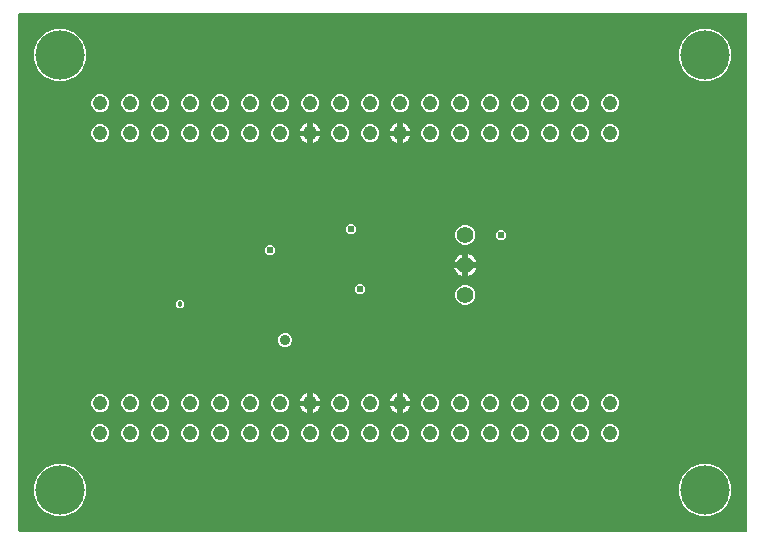
<source format=gbr>
G04 EAGLE Gerber RS-274X export*
G75*
%MOMM*%
%FSLAX34Y34*%
%LPD*%
%INCopper Layer 2*%
%IPPOS*%
%AMOC8*
5,1,8,0,0,1.08239X$1,22.5*%
G01*
%ADD10C,4.191000*%
%ADD11C,1.400000*%
%ADD12C,1.244600*%
%ADD13C,0.609600*%
%ADD14C,0.457200*%
%ADD15C,0.904800*%

G36*
X618608Y2556D02*
X618608Y2556D01*
X618727Y2563D01*
X618765Y2576D01*
X618806Y2581D01*
X618916Y2624D01*
X619029Y2661D01*
X619064Y2683D01*
X619101Y2698D01*
X619197Y2767D01*
X619298Y2831D01*
X619326Y2861D01*
X619359Y2884D01*
X619435Y2976D01*
X619516Y3063D01*
X619536Y3098D01*
X619561Y3129D01*
X619612Y3237D01*
X619670Y3341D01*
X619680Y3381D01*
X619697Y3417D01*
X619719Y3534D01*
X619749Y3649D01*
X619753Y3709D01*
X619757Y3729D01*
X619755Y3750D01*
X619759Y3810D01*
X619759Y440690D01*
X619744Y440808D01*
X619737Y440927D01*
X619724Y440965D01*
X619719Y441006D01*
X619676Y441116D01*
X619639Y441229D01*
X619617Y441264D01*
X619602Y441301D01*
X619533Y441397D01*
X619469Y441498D01*
X619439Y441526D01*
X619416Y441559D01*
X619324Y441635D01*
X619237Y441716D01*
X619202Y441736D01*
X619171Y441761D01*
X619063Y441812D01*
X618959Y441870D01*
X618919Y441880D01*
X618883Y441897D01*
X618766Y441919D01*
X618651Y441949D01*
X618591Y441953D01*
X618571Y441957D01*
X618550Y441955D01*
X618490Y441959D01*
X3810Y441959D01*
X3692Y441944D01*
X3573Y441937D01*
X3535Y441924D01*
X3494Y441919D01*
X3384Y441876D01*
X3271Y441839D01*
X3236Y441817D01*
X3199Y441802D01*
X3103Y441733D01*
X3002Y441669D01*
X2974Y441639D01*
X2941Y441616D01*
X2865Y441524D01*
X2784Y441437D01*
X2764Y441402D01*
X2739Y441371D01*
X2688Y441263D01*
X2630Y441159D01*
X2620Y441119D01*
X2603Y441083D01*
X2581Y440966D01*
X2551Y440851D01*
X2547Y440791D01*
X2543Y440771D01*
X2545Y440750D01*
X2541Y440690D01*
X2541Y3810D01*
X2556Y3692D01*
X2563Y3573D01*
X2576Y3535D01*
X2581Y3494D01*
X2624Y3384D01*
X2661Y3271D01*
X2683Y3236D01*
X2698Y3199D01*
X2767Y3103D01*
X2831Y3002D01*
X2861Y2974D01*
X2884Y2941D01*
X2976Y2865D01*
X3063Y2784D01*
X3098Y2764D01*
X3129Y2739D01*
X3237Y2688D01*
X3341Y2630D01*
X3381Y2620D01*
X3417Y2603D01*
X3534Y2581D01*
X3649Y2551D01*
X3709Y2547D01*
X3729Y2543D01*
X3750Y2545D01*
X3810Y2541D01*
X618490Y2541D01*
X618608Y2556D01*
G37*
%LPC*%
G36*
X579779Y384174D02*
X579779Y384174D01*
X571610Y387558D01*
X565358Y393810D01*
X561974Y401979D01*
X561974Y410821D01*
X565358Y418990D01*
X571610Y425242D01*
X579779Y428626D01*
X588621Y428626D01*
X596790Y425242D01*
X603042Y418990D01*
X606426Y410821D01*
X606426Y401979D01*
X603042Y393810D01*
X596790Y387558D01*
X588621Y384174D01*
X579779Y384174D01*
G37*
%LPD*%
%LPC*%
G36*
X33679Y384174D02*
X33679Y384174D01*
X25510Y387558D01*
X19258Y393810D01*
X15874Y401979D01*
X15874Y410821D01*
X19258Y418990D01*
X25510Y425242D01*
X33679Y428626D01*
X42521Y428626D01*
X50690Y425242D01*
X56942Y418990D01*
X60326Y410821D01*
X60326Y401979D01*
X56942Y393810D01*
X50690Y387558D01*
X42521Y384174D01*
X33679Y384174D01*
G37*
%LPD*%
%LPC*%
G36*
X579779Y15874D02*
X579779Y15874D01*
X571610Y19258D01*
X565358Y25510D01*
X561974Y33679D01*
X561974Y42521D01*
X565358Y50690D01*
X571610Y56942D01*
X579779Y60326D01*
X588621Y60326D01*
X596790Y56942D01*
X603042Y50690D01*
X606426Y42521D01*
X606426Y33679D01*
X603042Y25510D01*
X596790Y19258D01*
X588621Y15874D01*
X579779Y15874D01*
G37*
%LPD*%
%LPC*%
G36*
X33679Y15874D02*
X33679Y15874D01*
X25510Y19258D01*
X19258Y25510D01*
X15874Y33679D01*
X15874Y42521D01*
X19258Y50690D01*
X25510Y56942D01*
X33679Y60326D01*
X42521Y60326D01*
X50690Y56942D01*
X56942Y50690D01*
X60326Y42521D01*
X60326Y33679D01*
X56942Y25510D01*
X50690Y19258D01*
X42521Y15874D01*
X33679Y15874D01*
G37*
%LPD*%
%LPC*%
G36*
X379355Y194929D02*
X379355Y194929D01*
X376315Y196188D01*
X373988Y198515D01*
X372729Y201555D01*
X372729Y204845D01*
X373988Y207885D01*
X376315Y210212D01*
X379355Y211471D01*
X382645Y211471D01*
X385685Y210212D01*
X388012Y207885D01*
X389271Y204845D01*
X389271Y201555D01*
X388012Y198515D01*
X385685Y196188D01*
X382645Y194929D01*
X379355Y194929D01*
G37*
%LPD*%
%LPC*%
G36*
X379355Y245729D02*
X379355Y245729D01*
X376315Y246988D01*
X373988Y249315D01*
X372729Y252355D01*
X372729Y255645D01*
X373988Y258685D01*
X376315Y261012D01*
X379355Y262271D01*
X382645Y262271D01*
X385685Y261012D01*
X388012Y258685D01*
X389271Y255645D01*
X389271Y252355D01*
X388012Y249315D01*
X385685Y246988D01*
X382645Y245729D01*
X379355Y245729D01*
G37*
%LPD*%
%LPC*%
G36*
X95709Y358006D02*
X95709Y358006D01*
X92955Y359147D01*
X90847Y361255D01*
X89706Y364009D01*
X89706Y366991D01*
X90847Y369745D01*
X92955Y371853D01*
X95709Y372994D01*
X98691Y372994D01*
X101445Y371853D01*
X103553Y369745D01*
X104694Y366991D01*
X104694Y364009D01*
X103553Y361255D01*
X101445Y359147D01*
X98691Y358006D01*
X95709Y358006D01*
G37*
%LPD*%
%LPC*%
G36*
X70309Y358006D02*
X70309Y358006D01*
X67555Y359147D01*
X65447Y361255D01*
X64306Y364009D01*
X64306Y366991D01*
X65447Y369745D01*
X67555Y371853D01*
X70309Y372994D01*
X73291Y372994D01*
X76045Y371853D01*
X78153Y369745D01*
X79294Y366991D01*
X79294Y364009D01*
X78153Y361255D01*
X76045Y359147D01*
X73291Y358006D01*
X70309Y358006D01*
G37*
%LPD*%
%LPC*%
G36*
X502109Y358006D02*
X502109Y358006D01*
X499355Y359147D01*
X497247Y361255D01*
X496106Y364009D01*
X496106Y366991D01*
X497247Y369745D01*
X499355Y371853D01*
X502109Y372994D01*
X505091Y372994D01*
X507845Y371853D01*
X509953Y369745D01*
X511094Y366991D01*
X511094Y364009D01*
X509953Y361255D01*
X507845Y359147D01*
X505091Y358006D01*
X502109Y358006D01*
G37*
%LPD*%
%LPC*%
G36*
X476709Y358006D02*
X476709Y358006D01*
X473955Y359147D01*
X471847Y361255D01*
X470706Y364009D01*
X470706Y366991D01*
X471847Y369745D01*
X473955Y371853D01*
X476709Y372994D01*
X479691Y372994D01*
X482445Y371853D01*
X484553Y369745D01*
X485694Y366991D01*
X485694Y364009D01*
X484553Y361255D01*
X482445Y359147D01*
X479691Y358006D01*
X476709Y358006D01*
G37*
%LPD*%
%LPC*%
G36*
X451309Y358006D02*
X451309Y358006D01*
X448555Y359147D01*
X446447Y361255D01*
X445306Y364009D01*
X445306Y366991D01*
X446447Y369745D01*
X448555Y371853D01*
X451309Y372994D01*
X454291Y372994D01*
X457045Y371853D01*
X459153Y369745D01*
X460294Y366991D01*
X460294Y364009D01*
X459153Y361255D01*
X457045Y359147D01*
X454291Y358006D01*
X451309Y358006D01*
G37*
%LPD*%
%LPC*%
G36*
X425909Y358006D02*
X425909Y358006D01*
X423155Y359147D01*
X421047Y361255D01*
X419906Y364009D01*
X419906Y366991D01*
X421047Y369745D01*
X423155Y371853D01*
X425909Y372994D01*
X428891Y372994D01*
X431645Y371853D01*
X433753Y369745D01*
X434894Y366991D01*
X434894Y364009D01*
X433753Y361255D01*
X431645Y359147D01*
X428891Y358006D01*
X425909Y358006D01*
G37*
%LPD*%
%LPC*%
G36*
X400509Y358006D02*
X400509Y358006D01*
X397755Y359147D01*
X395647Y361255D01*
X394506Y364009D01*
X394506Y366991D01*
X395647Y369745D01*
X397755Y371853D01*
X400509Y372994D01*
X403491Y372994D01*
X406245Y371853D01*
X408353Y369745D01*
X409494Y366991D01*
X409494Y364009D01*
X408353Y361255D01*
X406245Y359147D01*
X403491Y358006D01*
X400509Y358006D01*
G37*
%LPD*%
%LPC*%
G36*
X375109Y358006D02*
X375109Y358006D01*
X372355Y359147D01*
X370247Y361255D01*
X369106Y364009D01*
X369106Y366991D01*
X370247Y369745D01*
X372355Y371853D01*
X375109Y372994D01*
X378091Y372994D01*
X380845Y371853D01*
X382953Y369745D01*
X384094Y366991D01*
X384094Y364009D01*
X382953Y361255D01*
X380845Y359147D01*
X378091Y358006D01*
X375109Y358006D01*
G37*
%LPD*%
%LPC*%
G36*
X349709Y358006D02*
X349709Y358006D01*
X346955Y359147D01*
X344847Y361255D01*
X343706Y364009D01*
X343706Y366991D01*
X344847Y369745D01*
X346955Y371853D01*
X349709Y372994D01*
X352691Y372994D01*
X355445Y371853D01*
X357553Y369745D01*
X358694Y366991D01*
X358694Y364009D01*
X357553Y361255D01*
X355445Y359147D01*
X352691Y358006D01*
X349709Y358006D01*
G37*
%LPD*%
%LPC*%
G36*
X324309Y358006D02*
X324309Y358006D01*
X321555Y359147D01*
X319447Y361255D01*
X318306Y364009D01*
X318306Y366991D01*
X319447Y369745D01*
X321555Y371853D01*
X324309Y372994D01*
X327291Y372994D01*
X330045Y371853D01*
X332153Y369745D01*
X333294Y366991D01*
X333294Y364009D01*
X332153Y361255D01*
X330045Y359147D01*
X327291Y358006D01*
X324309Y358006D01*
G37*
%LPD*%
%LPC*%
G36*
X298909Y358006D02*
X298909Y358006D01*
X296155Y359147D01*
X294047Y361255D01*
X292906Y364009D01*
X292906Y366991D01*
X294047Y369745D01*
X296155Y371853D01*
X298909Y372994D01*
X301891Y372994D01*
X304645Y371853D01*
X306753Y369745D01*
X307894Y366991D01*
X307894Y364009D01*
X306753Y361255D01*
X304645Y359147D01*
X301891Y358006D01*
X298909Y358006D01*
G37*
%LPD*%
%LPC*%
G36*
X273509Y358006D02*
X273509Y358006D01*
X270755Y359147D01*
X268647Y361255D01*
X267506Y364009D01*
X267506Y366991D01*
X268647Y369745D01*
X270755Y371853D01*
X273509Y372994D01*
X276491Y372994D01*
X279245Y371853D01*
X281353Y369745D01*
X282494Y366991D01*
X282494Y364009D01*
X281353Y361255D01*
X279245Y359147D01*
X276491Y358006D01*
X273509Y358006D01*
G37*
%LPD*%
%LPC*%
G36*
X248109Y358006D02*
X248109Y358006D01*
X245355Y359147D01*
X243247Y361255D01*
X242106Y364009D01*
X242106Y366991D01*
X243247Y369745D01*
X245355Y371853D01*
X248109Y372994D01*
X251091Y372994D01*
X253845Y371853D01*
X255953Y369745D01*
X257094Y366991D01*
X257094Y364009D01*
X255953Y361255D01*
X253845Y359147D01*
X251091Y358006D01*
X248109Y358006D01*
G37*
%LPD*%
%LPC*%
G36*
X222709Y358006D02*
X222709Y358006D01*
X219955Y359147D01*
X217847Y361255D01*
X216706Y364009D01*
X216706Y366991D01*
X217847Y369745D01*
X219955Y371853D01*
X222709Y372994D01*
X225691Y372994D01*
X228445Y371853D01*
X230553Y369745D01*
X231694Y366991D01*
X231694Y364009D01*
X230553Y361255D01*
X228445Y359147D01*
X225691Y358006D01*
X222709Y358006D01*
G37*
%LPD*%
%LPC*%
G36*
X197309Y358006D02*
X197309Y358006D01*
X194555Y359147D01*
X192447Y361255D01*
X191306Y364009D01*
X191306Y366991D01*
X192447Y369745D01*
X194555Y371853D01*
X197309Y372994D01*
X200291Y372994D01*
X203045Y371853D01*
X205153Y369745D01*
X206294Y366991D01*
X206294Y364009D01*
X205153Y361255D01*
X203045Y359147D01*
X200291Y358006D01*
X197309Y358006D01*
G37*
%LPD*%
%LPC*%
G36*
X171909Y358006D02*
X171909Y358006D01*
X169155Y359147D01*
X167047Y361255D01*
X165906Y364009D01*
X165906Y366991D01*
X167047Y369745D01*
X169155Y371853D01*
X171909Y372994D01*
X174891Y372994D01*
X177645Y371853D01*
X179753Y369745D01*
X180894Y366991D01*
X180894Y364009D01*
X179753Y361255D01*
X177645Y359147D01*
X174891Y358006D01*
X171909Y358006D01*
G37*
%LPD*%
%LPC*%
G36*
X146509Y358006D02*
X146509Y358006D01*
X143755Y359147D01*
X141647Y361255D01*
X140506Y364009D01*
X140506Y366991D01*
X141647Y369745D01*
X143755Y371853D01*
X146509Y372994D01*
X149491Y372994D01*
X152245Y371853D01*
X154353Y369745D01*
X155494Y366991D01*
X155494Y364009D01*
X154353Y361255D01*
X152245Y359147D01*
X149491Y358006D01*
X146509Y358006D01*
G37*
%LPD*%
%LPC*%
G36*
X121109Y358006D02*
X121109Y358006D01*
X118355Y359147D01*
X116247Y361255D01*
X115106Y364009D01*
X115106Y366991D01*
X116247Y369745D01*
X118355Y371853D01*
X121109Y372994D01*
X124091Y372994D01*
X126845Y371853D01*
X128953Y369745D01*
X130094Y366991D01*
X130094Y364009D01*
X128953Y361255D01*
X126845Y359147D01*
X124091Y358006D01*
X121109Y358006D01*
G37*
%LPD*%
%LPC*%
G36*
X248109Y78606D02*
X248109Y78606D01*
X245355Y79747D01*
X243247Y81855D01*
X242106Y84609D01*
X242106Y87591D01*
X243247Y90345D01*
X245355Y92453D01*
X248109Y93594D01*
X251091Y93594D01*
X253845Y92453D01*
X255953Y90345D01*
X257094Y87591D01*
X257094Y84609D01*
X255953Y81855D01*
X253845Y79747D01*
X251091Y78606D01*
X248109Y78606D01*
G37*
%LPD*%
%LPC*%
G36*
X222709Y78606D02*
X222709Y78606D01*
X219955Y79747D01*
X217847Y81855D01*
X216706Y84609D01*
X216706Y87591D01*
X217847Y90345D01*
X219955Y92453D01*
X222709Y93594D01*
X225691Y93594D01*
X228445Y92453D01*
X230553Y90345D01*
X231694Y87591D01*
X231694Y84609D01*
X230553Y81855D01*
X228445Y79747D01*
X225691Y78606D01*
X222709Y78606D01*
G37*
%LPD*%
%LPC*%
G36*
X197309Y78606D02*
X197309Y78606D01*
X194555Y79747D01*
X192447Y81855D01*
X191306Y84609D01*
X191306Y87591D01*
X192447Y90345D01*
X194555Y92453D01*
X197309Y93594D01*
X200291Y93594D01*
X203045Y92453D01*
X205153Y90345D01*
X206294Y87591D01*
X206294Y84609D01*
X205153Y81855D01*
X203045Y79747D01*
X200291Y78606D01*
X197309Y78606D01*
G37*
%LPD*%
%LPC*%
G36*
X171909Y78606D02*
X171909Y78606D01*
X169155Y79747D01*
X167047Y81855D01*
X165906Y84609D01*
X165906Y87591D01*
X167047Y90345D01*
X169155Y92453D01*
X171909Y93594D01*
X174891Y93594D01*
X177645Y92453D01*
X179753Y90345D01*
X180894Y87591D01*
X180894Y84609D01*
X179753Y81855D01*
X177645Y79747D01*
X174891Y78606D01*
X171909Y78606D01*
G37*
%LPD*%
%LPC*%
G36*
X502109Y332606D02*
X502109Y332606D01*
X499355Y333747D01*
X497247Y335855D01*
X496106Y338609D01*
X496106Y341591D01*
X497247Y344345D01*
X499355Y346453D01*
X502109Y347594D01*
X505091Y347594D01*
X507845Y346453D01*
X509953Y344345D01*
X511094Y341591D01*
X511094Y338609D01*
X509953Y335855D01*
X507845Y333747D01*
X505091Y332606D01*
X502109Y332606D01*
G37*
%LPD*%
%LPC*%
G36*
X476709Y332606D02*
X476709Y332606D01*
X473955Y333747D01*
X471847Y335855D01*
X470706Y338609D01*
X470706Y341591D01*
X471847Y344345D01*
X473955Y346453D01*
X476709Y347594D01*
X479691Y347594D01*
X482445Y346453D01*
X484553Y344345D01*
X485694Y341591D01*
X485694Y338609D01*
X484553Y335855D01*
X482445Y333747D01*
X479691Y332606D01*
X476709Y332606D01*
G37*
%LPD*%
%LPC*%
G36*
X451309Y332606D02*
X451309Y332606D01*
X448555Y333747D01*
X446447Y335855D01*
X445306Y338609D01*
X445306Y341591D01*
X446447Y344345D01*
X448555Y346453D01*
X451309Y347594D01*
X454291Y347594D01*
X457045Y346453D01*
X459153Y344345D01*
X460294Y341591D01*
X460294Y338609D01*
X459153Y335855D01*
X457045Y333747D01*
X454291Y332606D01*
X451309Y332606D01*
G37*
%LPD*%
%LPC*%
G36*
X425909Y332606D02*
X425909Y332606D01*
X423155Y333747D01*
X421047Y335855D01*
X419906Y338609D01*
X419906Y341591D01*
X421047Y344345D01*
X423155Y346453D01*
X425909Y347594D01*
X428891Y347594D01*
X431645Y346453D01*
X433753Y344345D01*
X434894Y341591D01*
X434894Y338609D01*
X433753Y335855D01*
X431645Y333747D01*
X428891Y332606D01*
X425909Y332606D01*
G37*
%LPD*%
%LPC*%
G36*
X400509Y332606D02*
X400509Y332606D01*
X397755Y333747D01*
X395647Y335855D01*
X394506Y338609D01*
X394506Y341591D01*
X395647Y344345D01*
X397755Y346453D01*
X400509Y347594D01*
X403491Y347594D01*
X406245Y346453D01*
X408353Y344345D01*
X409494Y341591D01*
X409494Y338609D01*
X408353Y335855D01*
X406245Y333747D01*
X403491Y332606D01*
X400509Y332606D01*
G37*
%LPD*%
%LPC*%
G36*
X375109Y332606D02*
X375109Y332606D01*
X372355Y333747D01*
X370247Y335855D01*
X369106Y338609D01*
X369106Y341591D01*
X370247Y344345D01*
X372355Y346453D01*
X375109Y347594D01*
X378091Y347594D01*
X380845Y346453D01*
X382953Y344345D01*
X384094Y341591D01*
X384094Y338609D01*
X382953Y335855D01*
X380845Y333747D01*
X378091Y332606D01*
X375109Y332606D01*
G37*
%LPD*%
%LPC*%
G36*
X349709Y332606D02*
X349709Y332606D01*
X346955Y333747D01*
X344847Y335855D01*
X343706Y338609D01*
X343706Y341591D01*
X344847Y344345D01*
X346955Y346453D01*
X349709Y347594D01*
X352691Y347594D01*
X355445Y346453D01*
X357553Y344345D01*
X358694Y341591D01*
X358694Y338609D01*
X357553Y335855D01*
X355445Y333747D01*
X352691Y332606D01*
X349709Y332606D01*
G37*
%LPD*%
%LPC*%
G36*
X298909Y332606D02*
X298909Y332606D01*
X296155Y333747D01*
X294047Y335855D01*
X292906Y338609D01*
X292906Y341591D01*
X294047Y344345D01*
X296155Y346453D01*
X298909Y347594D01*
X301891Y347594D01*
X304645Y346453D01*
X306753Y344345D01*
X307894Y341591D01*
X307894Y338609D01*
X306753Y335855D01*
X304645Y333747D01*
X301891Y332606D01*
X298909Y332606D01*
G37*
%LPD*%
%LPC*%
G36*
X273509Y332606D02*
X273509Y332606D01*
X270755Y333747D01*
X268647Y335855D01*
X267506Y338609D01*
X267506Y341591D01*
X268647Y344345D01*
X270755Y346453D01*
X273509Y347594D01*
X276491Y347594D01*
X279245Y346453D01*
X281353Y344345D01*
X282494Y341591D01*
X282494Y338609D01*
X281353Y335855D01*
X279245Y333747D01*
X276491Y332606D01*
X273509Y332606D01*
G37*
%LPD*%
%LPC*%
G36*
X222709Y332606D02*
X222709Y332606D01*
X219955Y333747D01*
X217847Y335855D01*
X216706Y338609D01*
X216706Y341591D01*
X217847Y344345D01*
X219955Y346453D01*
X222709Y347594D01*
X225691Y347594D01*
X228445Y346453D01*
X230553Y344345D01*
X231694Y341591D01*
X231694Y338609D01*
X230553Y335855D01*
X228445Y333747D01*
X225691Y332606D01*
X222709Y332606D01*
G37*
%LPD*%
%LPC*%
G36*
X197309Y332606D02*
X197309Y332606D01*
X194555Y333747D01*
X192447Y335855D01*
X191306Y338609D01*
X191306Y341591D01*
X192447Y344345D01*
X194555Y346453D01*
X197309Y347594D01*
X200291Y347594D01*
X203045Y346453D01*
X205153Y344345D01*
X206294Y341591D01*
X206294Y338609D01*
X205153Y335855D01*
X203045Y333747D01*
X200291Y332606D01*
X197309Y332606D01*
G37*
%LPD*%
%LPC*%
G36*
X171909Y332606D02*
X171909Y332606D01*
X169155Y333747D01*
X167047Y335855D01*
X165906Y338609D01*
X165906Y341591D01*
X167047Y344345D01*
X169155Y346453D01*
X171909Y347594D01*
X174891Y347594D01*
X177645Y346453D01*
X179753Y344345D01*
X180894Y341591D01*
X180894Y338609D01*
X179753Y335855D01*
X177645Y333747D01*
X174891Y332606D01*
X171909Y332606D01*
G37*
%LPD*%
%LPC*%
G36*
X146509Y332606D02*
X146509Y332606D01*
X143755Y333747D01*
X141647Y335855D01*
X140506Y338609D01*
X140506Y341591D01*
X141647Y344345D01*
X143755Y346453D01*
X146509Y347594D01*
X149491Y347594D01*
X152245Y346453D01*
X154353Y344345D01*
X155494Y341591D01*
X155494Y338609D01*
X154353Y335855D01*
X152245Y333747D01*
X149491Y332606D01*
X146509Y332606D01*
G37*
%LPD*%
%LPC*%
G36*
X121109Y332606D02*
X121109Y332606D01*
X118355Y333747D01*
X116247Y335855D01*
X115106Y338609D01*
X115106Y341591D01*
X116247Y344345D01*
X118355Y346453D01*
X121109Y347594D01*
X124091Y347594D01*
X126845Y346453D01*
X128953Y344345D01*
X130094Y341591D01*
X130094Y338609D01*
X128953Y335855D01*
X126845Y333747D01*
X124091Y332606D01*
X121109Y332606D01*
G37*
%LPD*%
%LPC*%
G36*
X95709Y332606D02*
X95709Y332606D01*
X92955Y333747D01*
X90847Y335855D01*
X89706Y338609D01*
X89706Y341591D01*
X90847Y344345D01*
X92955Y346453D01*
X95709Y347594D01*
X98691Y347594D01*
X101445Y346453D01*
X103553Y344345D01*
X104694Y341591D01*
X104694Y338609D01*
X103553Y335855D01*
X101445Y333747D01*
X98691Y332606D01*
X95709Y332606D01*
G37*
%LPD*%
%LPC*%
G36*
X70309Y332606D02*
X70309Y332606D01*
X67555Y333747D01*
X65447Y335855D01*
X64306Y338609D01*
X64306Y341591D01*
X65447Y344345D01*
X67555Y346453D01*
X70309Y347594D01*
X73291Y347594D01*
X76045Y346453D01*
X78153Y344345D01*
X79294Y341591D01*
X79294Y338609D01*
X78153Y335855D01*
X76045Y333747D01*
X73291Y332606D01*
X70309Y332606D01*
G37*
%LPD*%
%LPC*%
G36*
X146509Y78606D02*
X146509Y78606D01*
X143755Y79747D01*
X141647Y81855D01*
X140506Y84609D01*
X140506Y87591D01*
X141647Y90345D01*
X143755Y92453D01*
X146509Y93594D01*
X149491Y93594D01*
X152245Y92453D01*
X154353Y90345D01*
X155494Y87591D01*
X155494Y84609D01*
X154353Y81855D01*
X152245Y79747D01*
X149491Y78606D01*
X146509Y78606D01*
G37*
%LPD*%
%LPC*%
G36*
X121109Y78606D02*
X121109Y78606D01*
X118355Y79747D01*
X116247Y81855D01*
X115106Y84609D01*
X115106Y87591D01*
X116247Y90345D01*
X118355Y92453D01*
X121109Y93594D01*
X124091Y93594D01*
X126845Y92453D01*
X128953Y90345D01*
X130094Y87591D01*
X130094Y84609D01*
X128953Y81855D01*
X126845Y79747D01*
X124091Y78606D01*
X121109Y78606D01*
G37*
%LPD*%
%LPC*%
G36*
X95709Y78606D02*
X95709Y78606D01*
X92955Y79747D01*
X90847Y81855D01*
X89706Y84609D01*
X89706Y87591D01*
X90847Y90345D01*
X92955Y92453D01*
X95709Y93594D01*
X98691Y93594D01*
X101445Y92453D01*
X103553Y90345D01*
X104694Y87591D01*
X104694Y84609D01*
X103553Y81855D01*
X101445Y79747D01*
X98691Y78606D01*
X95709Y78606D01*
G37*
%LPD*%
%LPC*%
G36*
X70309Y78606D02*
X70309Y78606D01*
X67555Y79747D01*
X65447Y81855D01*
X64306Y84609D01*
X64306Y87591D01*
X65447Y90345D01*
X67555Y92453D01*
X70309Y93594D01*
X73291Y93594D01*
X76045Y92453D01*
X78153Y90345D01*
X79294Y87591D01*
X79294Y84609D01*
X78153Y81855D01*
X76045Y79747D01*
X73291Y78606D01*
X70309Y78606D01*
G37*
%LPD*%
%LPC*%
G36*
X324309Y78606D02*
X324309Y78606D01*
X321555Y79747D01*
X319447Y81855D01*
X318306Y84609D01*
X318306Y87591D01*
X319447Y90345D01*
X321555Y92453D01*
X324309Y93594D01*
X327291Y93594D01*
X330045Y92453D01*
X332153Y90345D01*
X333294Y87591D01*
X333294Y84609D01*
X332153Y81855D01*
X330045Y79747D01*
X327291Y78606D01*
X324309Y78606D01*
G37*
%LPD*%
%LPC*%
G36*
X95709Y104006D02*
X95709Y104006D01*
X92955Y105147D01*
X90847Y107255D01*
X89706Y110009D01*
X89706Y112991D01*
X90847Y115745D01*
X92955Y117853D01*
X95709Y118994D01*
X98691Y118994D01*
X101445Y117853D01*
X103553Y115745D01*
X104694Y112991D01*
X104694Y110009D01*
X103553Y107255D01*
X101445Y105147D01*
X98691Y104006D01*
X95709Y104006D01*
G37*
%LPD*%
%LPC*%
G36*
X502109Y104006D02*
X502109Y104006D01*
X499355Y105147D01*
X497247Y107255D01*
X496106Y110009D01*
X496106Y112991D01*
X497247Y115745D01*
X499355Y117853D01*
X502109Y118994D01*
X505091Y118994D01*
X507845Y117853D01*
X509953Y115745D01*
X511094Y112991D01*
X511094Y110009D01*
X509953Y107255D01*
X507845Y105147D01*
X505091Y104006D01*
X502109Y104006D01*
G37*
%LPD*%
%LPC*%
G36*
X70309Y104006D02*
X70309Y104006D01*
X67555Y105147D01*
X65447Y107255D01*
X64306Y110009D01*
X64306Y112991D01*
X65447Y115745D01*
X67555Y117853D01*
X70309Y118994D01*
X73291Y118994D01*
X76045Y117853D01*
X78153Y115745D01*
X79294Y112991D01*
X79294Y110009D01*
X78153Y107255D01*
X76045Y105147D01*
X73291Y104006D01*
X70309Y104006D01*
G37*
%LPD*%
%LPC*%
G36*
X476709Y104006D02*
X476709Y104006D01*
X473955Y105147D01*
X471847Y107255D01*
X470706Y110009D01*
X470706Y112991D01*
X471847Y115745D01*
X473955Y117853D01*
X476709Y118994D01*
X479691Y118994D01*
X482445Y117853D01*
X484553Y115745D01*
X485694Y112991D01*
X485694Y110009D01*
X484553Y107255D01*
X482445Y105147D01*
X479691Y104006D01*
X476709Y104006D01*
G37*
%LPD*%
%LPC*%
G36*
X451309Y104006D02*
X451309Y104006D01*
X448555Y105147D01*
X446447Y107255D01*
X445306Y110009D01*
X445306Y112991D01*
X446447Y115745D01*
X448555Y117853D01*
X451309Y118994D01*
X454291Y118994D01*
X457045Y117853D01*
X459153Y115745D01*
X460294Y112991D01*
X460294Y110009D01*
X459153Y107255D01*
X457045Y105147D01*
X454291Y104006D01*
X451309Y104006D01*
G37*
%LPD*%
%LPC*%
G36*
X425909Y104006D02*
X425909Y104006D01*
X423155Y105147D01*
X421047Y107255D01*
X419906Y110009D01*
X419906Y112991D01*
X421047Y115745D01*
X423155Y117853D01*
X425909Y118994D01*
X428891Y118994D01*
X431645Y117853D01*
X433753Y115745D01*
X434894Y112991D01*
X434894Y110009D01*
X433753Y107255D01*
X431645Y105147D01*
X428891Y104006D01*
X425909Y104006D01*
G37*
%LPD*%
%LPC*%
G36*
X400509Y104006D02*
X400509Y104006D01*
X397755Y105147D01*
X395647Y107255D01*
X394506Y110009D01*
X394506Y112991D01*
X395647Y115745D01*
X397755Y117853D01*
X400509Y118994D01*
X403491Y118994D01*
X406245Y117853D01*
X408353Y115745D01*
X409494Y112991D01*
X409494Y110009D01*
X408353Y107255D01*
X406245Y105147D01*
X403491Y104006D01*
X400509Y104006D01*
G37*
%LPD*%
%LPC*%
G36*
X375109Y104006D02*
X375109Y104006D01*
X372355Y105147D01*
X370247Y107255D01*
X369106Y110009D01*
X369106Y112991D01*
X370247Y115745D01*
X372355Y117853D01*
X375109Y118994D01*
X378091Y118994D01*
X380845Y117853D01*
X382953Y115745D01*
X384094Y112991D01*
X384094Y110009D01*
X382953Y107255D01*
X380845Y105147D01*
X378091Y104006D01*
X375109Y104006D01*
G37*
%LPD*%
%LPC*%
G36*
X349709Y104006D02*
X349709Y104006D01*
X346955Y105147D01*
X344847Y107255D01*
X343706Y110009D01*
X343706Y112991D01*
X344847Y115745D01*
X346955Y117853D01*
X349709Y118994D01*
X352691Y118994D01*
X355445Y117853D01*
X357553Y115745D01*
X358694Y112991D01*
X358694Y110009D01*
X357553Y107255D01*
X355445Y105147D01*
X352691Y104006D01*
X349709Y104006D01*
G37*
%LPD*%
%LPC*%
G36*
X298909Y104006D02*
X298909Y104006D01*
X296155Y105147D01*
X294047Y107255D01*
X292906Y110009D01*
X292906Y112991D01*
X294047Y115745D01*
X296155Y117853D01*
X298909Y118994D01*
X301891Y118994D01*
X304645Y117853D01*
X306753Y115745D01*
X307894Y112991D01*
X307894Y110009D01*
X306753Y107255D01*
X304645Y105147D01*
X301891Y104006D01*
X298909Y104006D01*
G37*
%LPD*%
%LPC*%
G36*
X273509Y104006D02*
X273509Y104006D01*
X270755Y105147D01*
X268647Y107255D01*
X267506Y110009D01*
X267506Y112991D01*
X268647Y115745D01*
X270755Y117853D01*
X273509Y118994D01*
X276491Y118994D01*
X279245Y117853D01*
X281353Y115745D01*
X282494Y112991D01*
X282494Y110009D01*
X281353Y107255D01*
X279245Y105147D01*
X276491Y104006D01*
X273509Y104006D01*
G37*
%LPD*%
%LPC*%
G36*
X222709Y104006D02*
X222709Y104006D01*
X219955Y105147D01*
X217847Y107255D01*
X216706Y110009D01*
X216706Y112991D01*
X217847Y115745D01*
X219955Y117853D01*
X222709Y118994D01*
X225691Y118994D01*
X228445Y117853D01*
X230553Y115745D01*
X231694Y112991D01*
X231694Y110009D01*
X230553Y107255D01*
X228445Y105147D01*
X225691Y104006D01*
X222709Y104006D01*
G37*
%LPD*%
%LPC*%
G36*
X197309Y104006D02*
X197309Y104006D01*
X194555Y105147D01*
X192447Y107255D01*
X191306Y110009D01*
X191306Y112991D01*
X192447Y115745D01*
X194555Y117853D01*
X197309Y118994D01*
X200291Y118994D01*
X203045Y117853D01*
X205153Y115745D01*
X206294Y112991D01*
X206294Y110009D01*
X205153Y107255D01*
X203045Y105147D01*
X200291Y104006D01*
X197309Y104006D01*
G37*
%LPD*%
%LPC*%
G36*
X171909Y104006D02*
X171909Y104006D01*
X169155Y105147D01*
X167047Y107255D01*
X165906Y110009D01*
X165906Y112991D01*
X167047Y115745D01*
X169155Y117853D01*
X171909Y118994D01*
X174891Y118994D01*
X177645Y117853D01*
X179753Y115745D01*
X180894Y112991D01*
X180894Y110009D01*
X179753Y107255D01*
X177645Y105147D01*
X174891Y104006D01*
X171909Y104006D01*
G37*
%LPD*%
%LPC*%
G36*
X146509Y104006D02*
X146509Y104006D01*
X143755Y105147D01*
X141647Y107255D01*
X140506Y110009D01*
X140506Y112991D01*
X141647Y115745D01*
X143755Y117853D01*
X146509Y118994D01*
X149491Y118994D01*
X152245Y117853D01*
X154353Y115745D01*
X155494Y112991D01*
X155494Y110009D01*
X154353Y107255D01*
X152245Y105147D01*
X149491Y104006D01*
X146509Y104006D01*
G37*
%LPD*%
%LPC*%
G36*
X502109Y78606D02*
X502109Y78606D01*
X499355Y79747D01*
X497247Y81855D01*
X496106Y84609D01*
X496106Y87591D01*
X497247Y90345D01*
X499355Y92453D01*
X502109Y93594D01*
X505091Y93594D01*
X507845Y92453D01*
X509953Y90345D01*
X511094Y87591D01*
X511094Y84609D01*
X509953Y81855D01*
X507845Y79747D01*
X505091Y78606D01*
X502109Y78606D01*
G37*
%LPD*%
%LPC*%
G36*
X476709Y78606D02*
X476709Y78606D01*
X473955Y79747D01*
X471847Y81855D01*
X470706Y84609D01*
X470706Y87591D01*
X471847Y90345D01*
X473955Y92453D01*
X476709Y93594D01*
X479691Y93594D01*
X482445Y92453D01*
X484553Y90345D01*
X485694Y87591D01*
X485694Y84609D01*
X484553Y81855D01*
X482445Y79747D01*
X479691Y78606D01*
X476709Y78606D01*
G37*
%LPD*%
%LPC*%
G36*
X451309Y78606D02*
X451309Y78606D01*
X448555Y79747D01*
X446447Y81855D01*
X445306Y84609D01*
X445306Y87591D01*
X446447Y90345D01*
X448555Y92453D01*
X451309Y93594D01*
X454291Y93594D01*
X457045Y92453D01*
X459153Y90345D01*
X460294Y87591D01*
X460294Y84609D01*
X459153Y81855D01*
X457045Y79747D01*
X454291Y78606D01*
X451309Y78606D01*
G37*
%LPD*%
%LPC*%
G36*
X425909Y78606D02*
X425909Y78606D01*
X423155Y79747D01*
X421047Y81855D01*
X419906Y84609D01*
X419906Y87591D01*
X421047Y90345D01*
X423155Y92453D01*
X425909Y93594D01*
X428891Y93594D01*
X431645Y92453D01*
X433753Y90345D01*
X434894Y87591D01*
X434894Y84609D01*
X433753Y81855D01*
X431645Y79747D01*
X428891Y78606D01*
X425909Y78606D01*
G37*
%LPD*%
%LPC*%
G36*
X400509Y78606D02*
X400509Y78606D01*
X397755Y79747D01*
X395647Y81855D01*
X394506Y84609D01*
X394506Y87591D01*
X395647Y90345D01*
X397755Y92453D01*
X400509Y93594D01*
X403491Y93594D01*
X406245Y92453D01*
X408353Y90345D01*
X409494Y87591D01*
X409494Y84609D01*
X408353Y81855D01*
X406245Y79747D01*
X403491Y78606D01*
X400509Y78606D01*
G37*
%LPD*%
%LPC*%
G36*
X375109Y78606D02*
X375109Y78606D01*
X372355Y79747D01*
X370247Y81855D01*
X369106Y84609D01*
X369106Y87591D01*
X370247Y90345D01*
X372355Y92453D01*
X375109Y93594D01*
X378091Y93594D01*
X380845Y92453D01*
X382953Y90345D01*
X384094Y87591D01*
X384094Y84609D01*
X382953Y81855D01*
X380845Y79747D01*
X378091Y78606D01*
X375109Y78606D01*
G37*
%LPD*%
%LPC*%
G36*
X349709Y78606D02*
X349709Y78606D01*
X346955Y79747D01*
X344847Y81855D01*
X343706Y84609D01*
X343706Y87591D01*
X344847Y90345D01*
X346955Y92453D01*
X349709Y93594D01*
X352691Y93594D01*
X355445Y92453D01*
X357553Y90345D01*
X358694Y87591D01*
X358694Y84609D01*
X357553Y81855D01*
X355445Y79747D01*
X352691Y78606D01*
X349709Y78606D01*
G37*
%LPD*%
%LPC*%
G36*
X121109Y104006D02*
X121109Y104006D01*
X118355Y105147D01*
X116247Y107255D01*
X115106Y110009D01*
X115106Y112991D01*
X116247Y115745D01*
X118355Y117853D01*
X121109Y118994D01*
X124091Y118994D01*
X126845Y117853D01*
X128953Y115745D01*
X130094Y112991D01*
X130094Y110009D01*
X128953Y107255D01*
X126845Y105147D01*
X124091Y104006D01*
X121109Y104006D01*
G37*
%LPD*%
%LPC*%
G36*
X298909Y78606D02*
X298909Y78606D01*
X296155Y79747D01*
X294047Y81855D01*
X292906Y84609D01*
X292906Y87591D01*
X294047Y90345D01*
X296155Y92453D01*
X298909Y93594D01*
X301891Y93594D01*
X304645Y92453D01*
X306753Y90345D01*
X307894Y87591D01*
X307894Y84609D01*
X306753Y81855D01*
X304645Y79747D01*
X301891Y78606D01*
X298909Y78606D01*
G37*
%LPD*%
%LPC*%
G36*
X273509Y78606D02*
X273509Y78606D01*
X270755Y79747D01*
X268647Y81855D01*
X267506Y84609D01*
X267506Y87591D01*
X268647Y90345D01*
X270755Y92453D01*
X273509Y93594D01*
X276491Y93594D01*
X279245Y92453D01*
X281353Y90345D01*
X282494Y87591D01*
X282494Y84609D01*
X281353Y81855D01*
X279245Y79747D01*
X276491Y78606D01*
X273509Y78606D01*
G37*
%LPD*%
%LPC*%
G36*
X227447Y159305D02*
X227447Y159305D01*
X225318Y160187D01*
X223687Y161818D01*
X222805Y163947D01*
X222805Y166253D01*
X223687Y168382D01*
X225318Y170013D01*
X227447Y170895D01*
X229753Y170895D01*
X231882Y170013D01*
X233513Y168382D01*
X234395Y166253D01*
X234395Y163947D01*
X233513Y161818D01*
X231882Y160187D01*
X229753Y159305D01*
X227447Y159305D01*
G37*
%LPD*%
%LPC*%
G36*
X282691Y254761D02*
X282691Y254761D01*
X280161Y257291D01*
X280161Y260869D01*
X282691Y263399D01*
X286269Y263399D01*
X288799Y260869D01*
X288799Y257291D01*
X286269Y254761D01*
X282691Y254761D01*
G37*
%LPD*%
%LPC*%
G36*
X290311Y203961D02*
X290311Y203961D01*
X287781Y206491D01*
X287781Y210069D01*
X290311Y212599D01*
X293889Y212599D01*
X296419Y210069D01*
X296419Y206491D01*
X293889Y203961D01*
X290311Y203961D01*
G37*
%LPD*%
%LPC*%
G36*
X214111Y236981D02*
X214111Y236981D01*
X211581Y239511D01*
X211581Y243089D01*
X214111Y245619D01*
X217689Y245619D01*
X220219Y243089D01*
X220219Y239511D01*
X217689Y236981D01*
X214111Y236981D01*
G37*
%LPD*%
%LPC*%
G36*
X409691Y249681D02*
X409691Y249681D01*
X407161Y252211D01*
X407161Y255789D01*
X409691Y258319D01*
X413269Y258319D01*
X415799Y255789D01*
X415799Y252211D01*
X413269Y249681D01*
X409691Y249681D01*
G37*
%LPD*%
%LPC*%
G36*
X138227Y192023D02*
X138227Y192023D01*
X136143Y194107D01*
X136143Y197053D01*
X138227Y199137D01*
X141173Y199137D01*
X143257Y197053D01*
X143257Y194107D01*
X141173Y192023D01*
X138227Y192023D01*
G37*
%LPD*%
%LPC*%
G36*
X383499Y231099D02*
X383499Y231099D01*
X383499Y237820D01*
X384662Y237442D01*
X386001Y236760D01*
X387215Y235877D01*
X388277Y234815D01*
X389160Y233601D01*
X389842Y232262D01*
X390220Y231099D01*
X383499Y231099D01*
G37*
%LPD*%
%LPC*%
G36*
X383499Y226101D02*
X383499Y226101D01*
X390220Y226101D01*
X389842Y224938D01*
X389160Y223599D01*
X388277Y222385D01*
X387215Y221323D01*
X386001Y220440D01*
X384662Y219758D01*
X383499Y219380D01*
X383499Y226101D01*
G37*
%LPD*%
%LPC*%
G36*
X371780Y231099D02*
X371780Y231099D01*
X372158Y232262D01*
X372840Y233601D01*
X373723Y234815D01*
X374785Y235877D01*
X375999Y236760D01*
X377338Y237442D01*
X378501Y237820D01*
X378501Y231099D01*
X371780Y231099D01*
G37*
%LPD*%
%LPC*%
G36*
X377338Y219758D02*
X377338Y219758D01*
X375999Y220440D01*
X374785Y221323D01*
X373723Y222385D01*
X372840Y223599D01*
X372158Y224938D01*
X371780Y226101D01*
X378501Y226101D01*
X378501Y219380D01*
X377338Y219758D01*
G37*
%LPD*%
%LPC*%
G36*
X328022Y342322D02*
X328022Y342322D01*
X328022Y348593D01*
X328356Y348527D01*
X329951Y347866D01*
X331387Y346907D01*
X332607Y345687D01*
X333566Y344251D01*
X334227Y342656D01*
X334293Y342322D01*
X328022Y342322D01*
G37*
%LPD*%
%LPC*%
G36*
X251822Y342322D02*
X251822Y342322D01*
X251822Y348593D01*
X252156Y348527D01*
X253751Y347866D01*
X255187Y346907D01*
X256407Y345687D01*
X257366Y344251D01*
X258027Y342656D01*
X258093Y342322D01*
X251822Y342322D01*
G37*
%LPD*%
%LPC*%
G36*
X328022Y113722D02*
X328022Y113722D01*
X328022Y119993D01*
X328356Y119927D01*
X329951Y119266D01*
X331387Y118307D01*
X332607Y117087D01*
X333566Y115651D01*
X334227Y114056D01*
X334293Y113722D01*
X328022Y113722D01*
G37*
%LPD*%
%LPC*%
G36*
X251822Y113722D02*
X251822Y113722D01*
X251822Y119993D01*
X252156Y119927D01*
X253751Y119266D01*
X255187Y118307D01*
X256407Y117087D01*
X257366Y115651D01*
X258027Y114056D01*
X258093Y113722D01*
X251822Y113722D01*
G37*
%LPD*%
%LPC*%
G36*
X317307Y342322D02*
X317307Y342322D01*
X317373Y342656D01*
X318034Y344251D01*
X318993Y345687D01*
X320213Y346907D01*
X321649Y347866D01*
X323244Y348527D01*
X323578Y348593D01*
X323578Y342322D01*
X317307Y342322D01*
G37*
%LPD*%
%LPC*%
G36*
X241107Y342322D02*
X241107Y342322D01*
X241173Y342656D01*
X241834Y344251D01*
X242793Y345687D01*
X244013Y346907D01*
X245449Y347866D01*
X247044Y348527D01*
X247378Y348593D01*
X247378Y342322D01*
X241107Y342322D01*
G37*
%LPD*%
%LPC*%
G36*
X328022Y337878D02*
X328022Y337878D01*
X334293Y337878D01*
X334227Y337544D01*
X333566Y335949D01*
X332607Y334513D01*
X331387Y333293D01*
X329951Y332334D01*
X328356Y331673D01*
X328022Y331607D01*
X328022Y337878D01*
G37*
%LPD*%
%LPC*%
G36*
X251822Y337878D02*
X251822Y337878D01*
X258093Y337878D01*
X258027Y337544D01*
X257366Y335949D01*
X256407Y334513D01*
X255187Y333293D01*
X253751Y332334D01*
X252156Y331673D01*
X251822Y331607D01*
X251822Y337878D01*
G37*
%LPD*%
%LPC*%
G36*
X317307Y113722D02*
X317307Y113722D01*
X317373Y114056D01*
X318034Y115651D01*
X318993Y117087D01*
X320213Y118307D01*
X321649Y119266D01*
X323244Y119927D01*
X323578Y119993D01*
X323578Y113722D01*
X317307Y113722D01*
G37*
%LPD*%
%LPC*%
G36*
X241107Y113722D02*
X241107Y113722D01*
X241173Y114056D01*
X241834Y115651D01*
X242793Y117087D01*
X244013Y118307D01*
X245449Y119266D01*
X247044Y119927D01*
X247378Y119993D01*
X247378Y113722D01*
X241107Y113722D01*
G37*
%LPD*%
%LPC*%
G36*
X328022Y109278D02*
X328022Y109278D01*
X334293Y109278D01*
X334227Y108944D01*
X333566Y107349D01*
X332607Y105913D01*
X331387Y104693D01*
X329951Y103734D01*
X328356Y103073D01*
X328022Y103007D01*
X328022Y109278D01*
G37*
%LPD*%
%LPC*%
G36*
X251822Y109278D02*
X251822Y109278D01*
X258093Y109278D01*
X258027Y108944D01*
X257366Y107349D01*
X256407Y105913D01*
X255187Y104693D01*
X253751Y103734D01*
X252156Y103073D01*
X251822Y103007D01*
X251822Y109278D01*
G37*
%LPD*%
%LPC*%
G36*
X323244Y331673D02*
X323244Y331673D01*
X321649Y332334D01*
X320213Y333293D01*
X318993Y334513D01*
X318034Y335949D01*
X317373Y337544D01*
X317307Y337878D01*
X323578Y337878D01*
X323578Y331607D01*
X323244Y331673D01*
G37*
%LPD*%
%LPC*%
G36*
X247044Y331673D02*
X247044Y331673D01*
X245449Y332334D01*
X244013Y333293D01*
X242793Y334513D01*
X241834Y335949D01*
X241173Y337544D01*
X241107Y337878D01*
X247378Y337878D01*
X247378Y331607D01*
X247044Y331673D01*
G37*
%LPD*%
%LPC*%
G36*
X323244Y103073D02*
X323244Y103073D01*
X321649Y103734D01*
X320213Y104693D01*
X318993Y105913D01*
X318034Y107349D01*
X317373Y108944D01*
X317307Y109278D01*
X323578Y109278D01*
X323578Y103007D01*
X323244Y103073D01*
G37*
%LPD*%
%LPC*%
G36*
X247044Y103073D02*
X247044Y103073D01*
X245449Y103734D01*
X244013Y104693D01*
X242793Y105913D01*
X241834Y107349D01*
X241173Y108944D01*
X241107Y109278D01*
X247378Y109278D01*
X247378Y103007D01*
X247044Y103073D01*
G37*
%LPD*%
D10*
X38100Y406400D03*
X38100Y38100D03*
X584200Y38100D03*
X584200Y406400D03*
D11*
X381000Y228600D03*
X381000Y254000D03*
X381000Y203200D03*
D12*
X71800Y86100D03*
X71800Y111500D03*
X97200Y86100D03*
X97200Y111500D03*
X122600Y86100D03*
X122600Y111500D03*
X148000Y86100D03*
X148000Y111500D03*
X173400Y86100D03*
X173400Y111500D03*
X198800Y86100D03*
X198800Y111500D03*
X224200Y86100D03*
X224200Y111500D03*
X249600Y86100D03*
X249600Y111500D03*
X275000Y86100D03*
X275000Y111500D03*
X300400Y86100D03*
X300400Y111500D03*
X325800Y86100D03*
X325800Y111500D03*
X351200Y86100D03*
X351200Y111500D03*
X376600Y86100D03*
X376600Y111500D03*
X402000Y86100D03*
X402000Y111500D03*
X427400Y86100D03*
X427400Y111500D03*
X452800Y86100D03*
X452800Y111500D03*
X478200Y86100D03*
X478200Y111500D03*
X503600Y86100D03*
X503600Y111500D03*
X71800Y340100D03*
X71800Y365500D03*
X97200Y340100D03*
X97200Y365500D03*
X122600Y340100D03*
X122600Y365500D03*
X148000Y340100D03*
X148000Y365500D03*
X173400Y340100D03*
X173400Y365500D03*
X198800Y340100D03*
X198800Y365500D03*
X224200Y340100D03*
X224200Y365500D03*
X249600Y340100D03*
X249600Y365500D03*
X275000Y340100D03*
X275000Y365500D03*
X300400Y340100D03*
X300400Y365500D03*
X325800Y340100D03*
X325800Y365500D03*
X351200Y340100D03*
X351200Y365500D03*
X376600Y340100D03*
X376600Y365500D03*
X402000Y340100D03*
X402000Y365500D03*
X427400Y340100D03*
X427400Y365500D03*
X452800Y340100D03*
X452800Y365500D03*
X478200Y340100D03*
X478200Y365500D03*
X503600Y340100D03*
X503600Y365500D03*
D13*
X411480Y254000D03*
X292100Y208280D03*
X284480Y259080D03*
D14*
X139700Y195580D03*
D15*
X228600Y165100D03*
D13*
X574040Y247650D03*
X414020Y228600D03*
X249600Y317500D03*
X55880Y241300D03*
X60960Y215900D03*
D14*
X124460Y220980D03*
D13*
X175260Y266700D03*
X254000Y165100D03*
D14*
X170180Y198120D03*
D13*
X215900Y241300D03*
M02*

</source>
